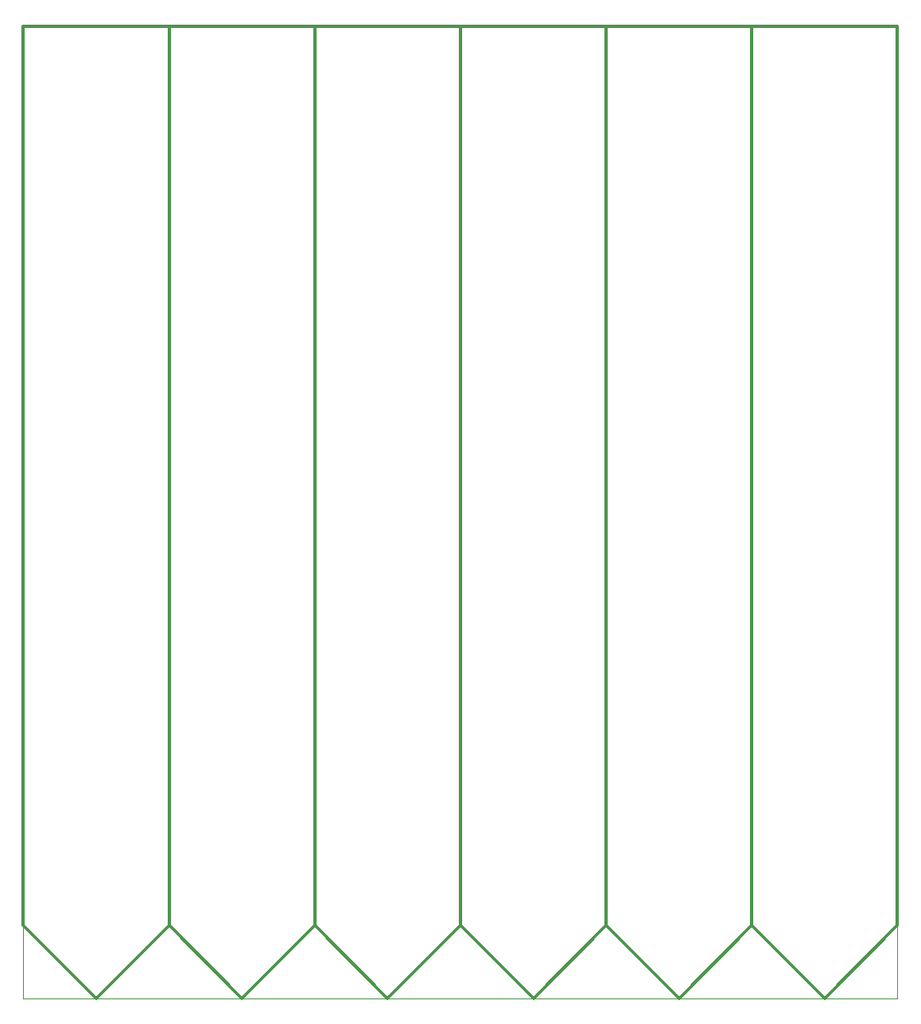
<source format=gko>
G04*
G04 #@! TF.GenerationSoftware,Altium Limited,Altium Designer,18.1.6 (161)*
G04*
G04 Layer_Color=16711935*
%FSLAX24Y24*%
%MOIN*%
G70*
G01*
G75*
%ADD19C,0.0118*%
%ADD26C,0.0039*%
D19*
X5906Y2953D02*
Y39370D01*
X2953Y0D02*
X5906Y2953D01*
X0D02*
Y39370D01*
Y2953D02*
X2953Y0D01*
X0Y39370D02*
X5906D01*
X11811Y2953D02*
Y39370D01*
X8858Y0D02*
X11811Y2953D01*
X5906D02*
Y39370D01*
Y2953D02*
X8858Y0D01*
X5906Y39370D02*
X11811D01*
X17717Y2953D02*
Y39370D01*
X14764Y0D02*
X17717Y2953D01*
X11811D02*
Y39370D01*
Y2953D02*
X14764Y0D01*
X11811Y39370D02*
X17717D01*
X23622Y2953D02*
Y39370D01*
X20669Y0D02*
X23622Y2953D01*
X17717D02*
Y39370D01*
Y2953D02*
X20669Y0D01*
X17717Y39370D02*
X23622D01*
X29528Y2953D02*
Y39370D01*
X26575Y0D02*
X29528Y2953D01*
X23622D02*
Y39370D01*
Y2953D02*
X26575Y0D01*
X23622Y39370D02*
X29528D01*
X35433Y2953D02*
Y39370D01*
X32480Y0D02*
X35433Y2953D01*
X29528D02*
Y39370D01*
Y2953D02*
X32480Y0D01*
X29528Y39370D02*
X35433D01*
D26*
X35433D02*
X35433Y0D01*
X0D02*
X35433D01*
X0Y39370D02*
X35433D01*
X0Y0D02*
Y39370D01*
M02*

</source>
